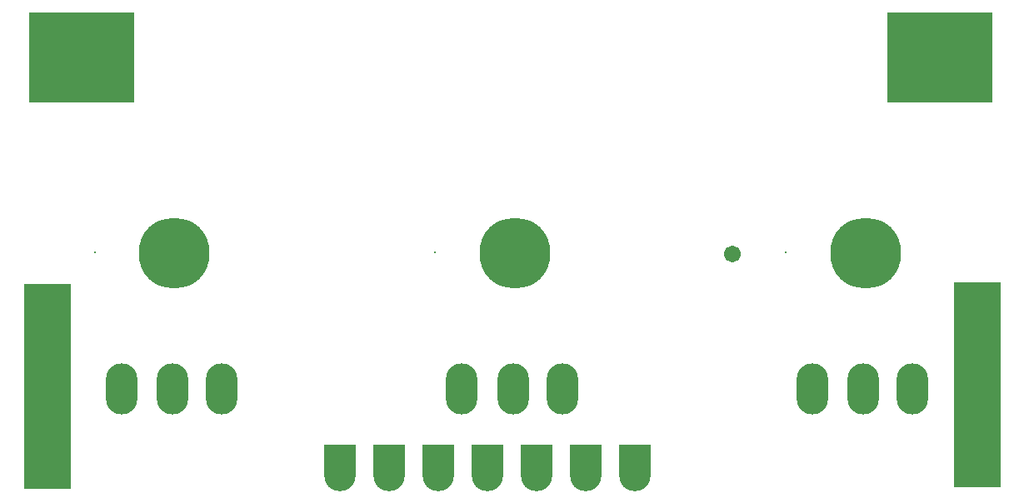
<source format=gbs>
G04*
G04 #@! TF.GenerationSoftware,Altium Limited,Altium Designer,21.0.8 (223)*
G04*
G04 Layer_Color=16711935*
%FSLAX44Y44*%
%MOMM*%
G71*
G04*
G04 #@! TF.SameCoordinates,E1CE83FB-EE8D-4ACF-9475-2CBEE53E120E*
G04*
G04*
G04 #@! TF.FilePolarity,Negative*
G04*
G01*
G75*
%ADD16C,0.2032*%
%ADD17C,7.2032*%
%ADD18C,1.7032*%
%ADD29R,3.2032X3.2032*%
%ADD30C,3.2032*%
%ADD31O,3.2032X5.2032*%
%ADD32R,10.7032X9.2032*%
%ADD33R,4.7032X20.9032*%
%ADD34R,10.7032X9.2032*%
%ADD35C,1.4732*%
D16*
X75890Y246680D02*
D03*
X421890Y246680D02*
D03*
X777890Y246680D02*
D03*
D17*
X156890Y245680D02*
D03*
X502890Y245680D02*
D03*
X858890Y245680D02*
D03*
D18*
X723390Y245180D02*
D03*
D29*
X325000Y35000D02*
D03*
X475000D02*
D03*
X375000Y35000D02*
D03*
X525000D02*
D03*
X625000D02*
D03*
X425000D02*
D03*
X575000Y35000D02*
D03*
D30*
X325000Y20000D02*
D03*
X475000D02*
D03*
X375000Y20000D02*
D03*
X525000D02*
D03*
X625000Y20000D02*
D03*
X425000Y20000D02*
D03*
X575000Y20000D02*
D03*
D31*
X102890Y107680D02*
D03*
X154890D02*
D03*
X204890D02*
D03*
X448890Y107680D02*
D03*
X500890D02*
D03*
X550890D02*
D03*
X906890Y107680D02*
D03*
X856890D02*
D03*
X804890D02*
D03*
D32*
X935000Y445000D02*
D03*
D33*
X27890Y110680D02*
D03*
X972390Y112180D02*
D03*
D34*
X62500Y445000D02*
D03*
D35*
X26390Y74180D02*
D03*
Y99180D02*
D03*
Y124180D02*
D03*
Y149180D02*
D03*
Y49180D02*
D03*
Y173180D02*
D03*
X972890Y75680D02*
D03*
Y100680D02*
D03*
Y125680D02*
D03*
Y150680D02*
D03*
Y50680D02*
D03*
Y174680D02*
D03*
M02*

</source>
